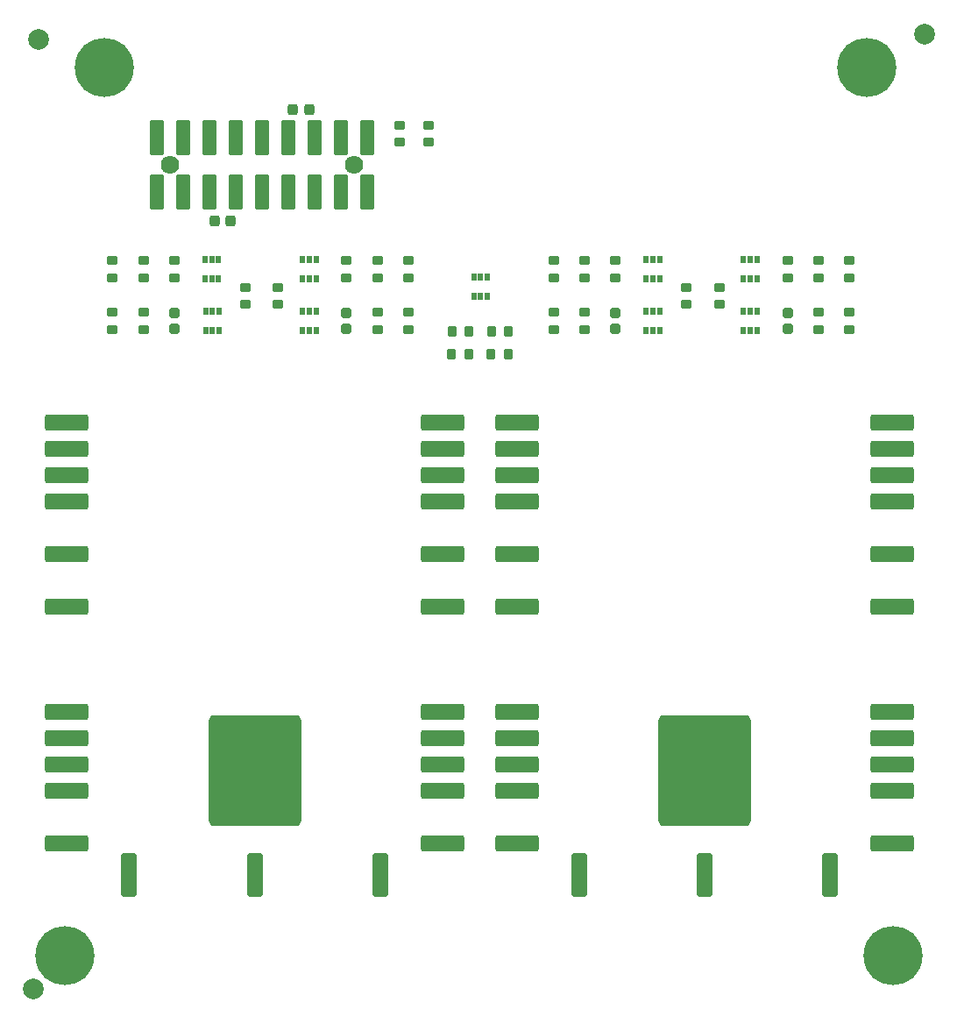
<source format=gts>
%TF.GenerationSoftware,KiCad,Pcbnew,7.0.2-0*%
%TF.CreationDate,2024-05-08T22:09:35-07:00*%
%TF.ProjectId,MPPT_addon_board,4d505054-5f61-4646-946f-6e5f626f6172,1.4*%
%TF.SameCoordinates,Original*%
%TF.FileFunction,Soldermask,Top*%
%TF.FilePolarity,Negative*%
%FSLAX46Y46*%
G04 Gerber Fmt 4.6, Leading zero omitted, Abs format (unit mm)*
G04 Created by KiCad (PCBNEW 7.0.2-0) date 2024-05-08 22:09:35*
%MOMM*%
%LPD*%
G01*
G04 APERTURE LIST*
G04 Aperture macros list*
%AMRoundRect*
0 Rectangle with rounded corners*
0 $1 Rounding radius*
0 $2 $3 $4 $5 $6 $7 $8 $9 X,Y pos of 4 corners*
0 Add a 4 corners polygon primitive as box body*
4,1,4,$2,$3,$4,$5,$6,$7,$8,$9,$2,$3,0*
0 Add four circle primitives for the rounded corners*
1,1,$1+$1,$2,$3*
1,1,$1+$1,$4,$5*
1,1,$1+$1,$6,$7*
1,1,$1+$1,$8,$9*
0 Add four rect primitives between the rounded corners*
20,1,$1+$1,$2,$3,$4,$5,0*
20,1,$1+$1,$4,$5,$6,$7,0*
20,1,$1+$1,$6,$7,$8,$9,0*
20,1,$1+$1,$8,$9,$2,$3,0*%
G04 Aperture macros list end*
%ADD10C,1.780000*%
%ADD11RoundRect,0.102000X-0.570000X-1.587500X0.570000X-1.587500X0.570000X1.587500X-0.570000X1.587500X0*%
%ADD12C,5.701600*%
%ADD13C,2.000000*%
%ADD14RoundRect,0.250800X-0.200000X-0.275000X0.200000X-0.275000X0.200000X0.275000X-0.200000X0.275000X0*%
%ADD15RoundRect,0.250800X0.275000X-0.200000X0.275000X0.200000X-0.275000X0.200000X-0.275000X-0.200000X0*%
%ADD16RoundRect,0.250800X-0.275000X0.200000X-0.275000X-0.200000X0.275000X-0.200000X0.275000X0.200000X0*%
%ADD17RoundRect,0.050800X-0.200000X0.325000X-0.200000X-0.325000X0.200000X-0.325000X0.200000X0.325000X0*%
%ADD18RoundRect,0.250800X0.200000X0.275000X-0.200000X0.275000X-0.200000X-0.275000X0.200000X-0.275000X0*%
%ADD19RoundRect,0.275800X0.250000X-0.225000X0.250000X0.225000X-0.250000X0.225000X-0.250000X-0.225000X0*%
%ADD20RoundRect,0.190800X1.910000X0.560000X-1.910000X0.560000X-1.910000X-0.560000X1.910000X-0.560000X0*%
%ADD21RoundRect,0.190800X-0.560000X1.910000X-0.560000X-1.910000X0.560000X-1.910000X0.560000X1.910000X0*%
%ADD22RoundRect,0.490800X3.960000X4.885000X-3.960000X4.885000X-3.960000X-4.885000X3.960000X-4.885000X0*%
%ADD23RoundRect,0.275800X0.225000X0.250000X-0.225000X0.250000X-0.225000X-0.250000X0.225000X-0.250000X0*%
%ADD24RoundRect,0.050800X0.200000X-0.325000X0.200000X0.325000X-0.200000X0.325000X-0.200000X-0.325000X0*%
%ADD25RoundRect,0.275800X-0.225000X-0.250000X0.225000X-0.250000X0.225000X0.250000X-0.225000X0.250000X0*%
%ADD26RoundRect,0.050800X-0.200000X-0.300000X0.200000X-0.300000X0.200000X0.300000X-0.200000X0.300000X0*%
G04 APERTURE END LIST*
D10*
X113540000Y-66950000D03*
X131320000Y-66950000D03*
D11*
X112270000Y-69552500D03*
X112270000Y-64347500D03*
X114810000Y-69552500D03*
X114810000Y-64347500D03*
X117350000Y-69552500D03*
X117350000Y-64347500D03*
X119890000Y-69552500D03*
X119890000Y-64347500D03*
X122430000Y-69552500D03*
X122430000Y-64347500D03*
X124970000Y-69552500D03*
X124970000Y-64347500D03*
X127510000Y-69552500D03*
X127510000Y-64347500D03*
X130050000Y-69552500D03*
X130050000Y-64347500D03*
X132590000Y-69552500D03*
X132590000Y-64347500D03*
D12*
X107236100Y-57564100D03*
X103426100Y-143294100D03*
X183426100Y-143294100D03*
X180896100Y-57564100D03*
D13*
X100330000Y-146558000D03*
D14*
X140800000Y-83000000D03*
X142450000Y-83000000D03*
D15*
X176200000Y-82825000D03*
X176200000Y-81175000D03*
D16*
X153600000Y-76175000D03*
X153600000Y-77825000D03*
X138500000Y-63100000D03*
X138500000Y-64750000D03*
D13*
X186436000Y-54356000D03*
D16*
X111000000Y-76175000D03*
X111000000Y-77825000D03*
D17*
X127650000Y-76050000D03*
X127000000Y-76050000D03*
X126350000Y-76050000D03*
X126350000Y-77950000D03*
X127000000Y-77950000D03*
X127650000Y-77950000D03*
D16*
X114000000Y-76175000D03*
X114000000Y-77825000D03*
D15*
X166600000Y-80425000D03*
X166600000Y-78775000D03*
D18*
X146250000Y-83000000D03*
X144600000Y-83000000D03*
D15*
X120800000Y-80425000D03*
X120800000Y-78775000D03*
D16*
X150600000Y-76175000D03*
X150600000Y-77825000D03*
D19*
X130600000Y-82775000D03*
X130600000Y-81225000D03*
D20*
X139850000Y-132500000D03*
X139850000Y-127380000D03*
X139850000Y-124840000D03*
X139850000Y-122300000D03*
X139850000Y-119760000D03*
X139850000Y-109600000D03*
X139850000Y-104520000D03*
X139850000Y-99440000D03*
X139850000Y-96900000D03*
X139850000Y-94360000D03*
X139850000Y-91820000D03*
X103600000Y-91820000D03*
X103600000Y-94360000D03*
X103600000Y-96900000D03*
X103600000Y-99440000D03*
X103600000Y-104520000D03*
X103600000Y-109600000D03*
X103600000Y-119760000D03*
X103600000Y-122300000D03*
X103600000Y-124840000D03*
X103600000Y-127380000D03*
X103600000Y-132500000D03*
D21*
X109600000Y-135500000D03*
X121725000Y-135500000D03*
X133850000Y-135500000D03*
D22*
X121725000Y-125475000D03*
D23*
X119400000Y-72400000D03*
X117850000Y-72400000D03*
D16*
X150600000Y-81175000D03*
X150600000Y-82825000D03*
D15*
X133600000Y-82825000D03*
X133600000Y-81175000D03*
D16*
X133600000Y-76175000D03*
X133600000Y-77825000D03*
X173200000Y-76175000D03*
X173200000Y-77825000D03*
X130600000Y-76175000D03*
X130600000Y-77825000D03*
D24*
X142900000Y-79650000D03*
X143550000Y-79650000D03*
X144200000Y-79650000D03*
X144200000Y-77750000D03*
X143550000Y-77750000D03*
X142900000Y-77750000D03*
D18*
X142400000Y-85200000D03*
X140750000Y-85200000D03*
D16*
X179200000Y-76175000D03*
X179200000Y-77825000D03*
D15*
X163400000Y-80425000D03*
X163400000Y-78775000D03*
X124000000Y-80425000D03*
X124000000Y-78775000D03*
D19*
X173200000Y-82775000D03*
X173200000Y-81225000D03*
D16*
X108000000Y-76175000D03*
X108000000Y-77825000D03*
X136600000Y-76175000D03*
X136600000Y-77825000D03*
D25*
X125425000Y-61600000D03*
X126975000Y-61600000D03*
D26*
X127650000Y-81050000D03*
X127000000Y-81050000D03*
X126350000Y-81050000D03*
X126350000Y-82950000D03*
X127000000Y-82950000D03*
X127650000Y-82950000D03*
D13*
X100838000Y-54864000D03*
D16*
X176200000Y-76175000D03*
X176200000Y-77825000D03*
X108000000Y-81175000D03*
X108000000Y-82825000D03*
D19*
X114000000Y-82775000D03*
X114000000Y-81225000D03*
D15*
X153600000Y-82825000D03*
X153600000Y-81175000D03*
D26*
X160850000Y-81050000D03*
X160200000Y-81050000D03*
X159550000Y-81050000D03*
X159550000Y-82950000D03*
X160200000Y-82950000D03*
X160850000Y-82950000D03*
D16*
X135700000Y-63100000D03*
X135700000Y-64750000D03*
D17*
X118250000Y-76050000D03*
X117600000Y-76050000D03*
X116950000Y-76050000D03*
X116950000Y-77950000D03*
X117600000Y-77950000D03*
X118250000Y-77950000D03*
D20*
X183325000Y-132500000D03*
X183325000Y-127380000D03*
X183325000Y-124840000D03*
X183325000Y-122300000D03*
X183325000Y-119760000D03*
X183325000Y-109600000D03*
X183325000Y-104520000D03*
X183325000Y-99440000D03*
X183325000Y-96900000D03*
X183325000Y-94360000D03*
X183325000Y-91820000D03*
X147075000Y-91820000D03*
X147075000Y-94360000D03*
X147075000Y-96900000D03*
X147075000Y-99440000D03*
X147075000Y-104520000D03*
X147075000Y-109600000D03*
X147075000Y-119760000D03*
X147075000Y-122300000D03*
X147075000Y-124840000D03*
X147075000Y-127380000D03*
X147075000Y-132500000D03*
D21*
X153075000Y-135500000D03*
X165200000Y-135500000D03*
X177325000Y-135500000D03*
D22*
X165200000Y-125475000D03*
D26*
X118300000Y-81050000D03*
X117650000Y-81050000D03*
X117000000Y-81050000D03*
X117000000Y-82950000D03*
X117650000Y-82950000D03*
X118300000Y-82950000D03*
D17*
X160850000Y-76050000D03*
X160200000Y-76050000D03*
X159550000Y-76050000D03*
X159550000Y-77950000D03*
X160200000Y-77950000D03*
X160850000Y-77950000D03*
D16*
X156600000Y-76175000D03*
X156600000Y-77825000D03*
D26*
X170250000Y-81050000D03*
X169600000Y-81050000D03*
X168950000Y-81050000D03*
X168950000Y-82950000D03*
X169600000Y-82950000D03*
X170250000Y-82950000D03*
D17*
X170250000Y-76050000D03*
X169600000Y-76050000D03*
X168950000Y-76050000D03*
X168950000Y-77950000D03*
X169600000Y-77950000D03*
X170250000Y-77950000D03*
D18*
X146225000Y-85200000D03*
X144575000Y-85200000D03*
D15*
X111000000Y-82825000D03*
X111000000Y-81175000D03*
D16*
X136600000Y-81175000D03*
X136600000Y-82825000D03*
D19*
X156600000Y-82800000D03*
X156600000Y-81250000D03*
D16*
X179200000Y-81175000D03*
X179200000Y-82825000D03*
M02*

</source>
